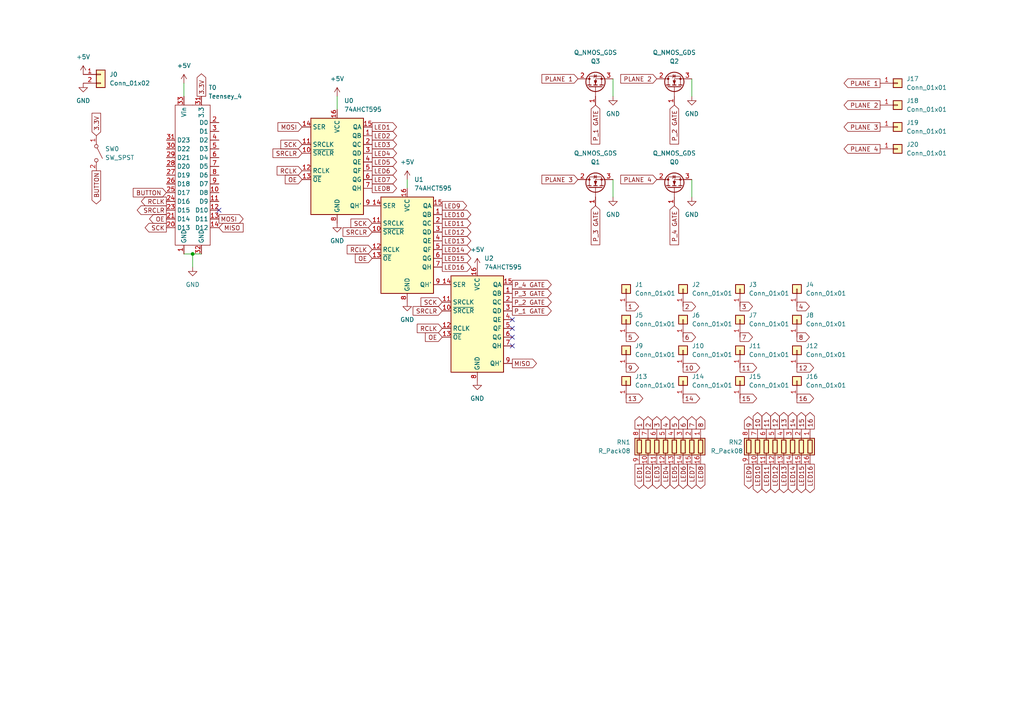
<source format=kicad_sch>
(kicad_sch (version 20211123) (generator eeschema)
  (paper "A4")
  (lib_symbols
    (symbol "74xx:74AHCT595"
      (property "Reference" "U" (at -7.62 13.97 0))
      (property "Value" "74AHCT595" (at -7.62 -16.51 0))
      (symbol "74AHCT595_1_0"
        (pin tri_state line (at 10.16 7.62 180) (length 2.54) (name "QB") (number "1"))
        (pin input line (at -10.16 2.54 0) (length 2.54) (name "~{SRCLR}") (number "10"))
        (pin input line (at -10.16 5.08 0) (length 2.54) (name "SRCLK") (number "11"))
        (pin input line (at -10.16 -2.54 0) (length 2.54) (name "RCLK") (number "12"))
        (pin input line (at -10.16 -5.08 0) (length 2.54) (name "~{OE}") (number "13"))
        (pin input line (at -10.16 10.16 0) (length 2.54) (name "SER") (number "14"))
        (pin tri_state line (at 10.16 10.16 180) (length 2.54) (name "QA") (number "15"))
        (pin power_in line (at 0 15.24 270) (length 2.54) (name "VCC") (number "16"))
        (pin tri_state line (at 10.16 5.08 180) (length 2.54) (name "QC") (number "2"))
        (pin tri_state line (at 10.16 2.54 180) (length 2.54) (name "QD") (number "3"))
        (pin tri_state line (at 10.16 0 180) (length 2.54) (name "QE") (number "4"))
        (pin tri_state line (at 10.16 -2.54 180) (length 2.54) (name "QF") (number "5"))
        (pin tri_state line (at 10.16 -5.08 180) (length 2.54) (name "QG") (number "6"))
        (pin tri_state line (at 10.16 -7.62 180) (length 2.54) (name "QH") (number "7"))
        (pin power_in line (at 0 -17.78 90) (length 2.54) (name "GND") (number "8"))
        (pin output line (at 10.16 -12.7 180) (length 2.54) (name "QH'") (number "9"))
      )
      (symbol "74AHCT595_1_1"
        (rectangle (start -7.62 12.7) (end 7.62 -15.24) (stroke (width 0.254)) (fill (type background)))
      )
    )
    (symbol "Connector_Generic:Conn_01x01" (pin_names (offset 1.016) hide)
      (property "Reference" "J" (at 0 2.54 0))
      (property "Value" "Conn_01x01" (at 0 -2.54 0))
      (symbol "Conn_01x01_1_1"
        (rectangle (start -1.27 0.127) (end 0 -0.127) (stroke (width 0.1524)))
        (rectangle (start -1.27 1.27) (end 1.27 -1.27) (stroke (width 0.254)) (fill (type background)))
        (pin passive line (at -5.08 0 0) (length 3.81) (name "Pin_1") (number "1"))
      )
    )
    (symbol "Connector_Generic:Conn_01x02" (pin_names (offset 1.016) hide)
      (property "Reference" "J" (at 0 2.54 0))
      (property "Value" "Conn_01x02" (at 0 -5.08 0))
      (symbol "Conn_01x02_1_1"
        (rectangle (start -1.27 -2.413) (end 0 -2.667) (stroke (width 0.1524)))
        (rectangle (start -1.27 0.127) (end 0 -0.127) (stroke (width 0.1524)))
        (rectangle (start -1.27 1.27) (end 1.27 -3.81) (stroke (width 0.254)) (fill (type background)))
        (pin passive line (at -5.08 0 0) (length 3.81) (name "Pin_1") (number "1"))
        (pin passive line (at -5.08 -2.54 0) (length 3.81) (name "Pin_2") (number "2"))
      )
    )
    (symbol "Device:Q_NMOS_GDS" (pin_names (offset 0) hide)
      (property "Reference" "Q" (at 5.08 1.27 0))
      (property "Value" "Q_NMOS_GDS" (at 5.08 -1.27 0))
      (symbol "Q_NMOS_GDS_0_1"
        (polyline (pts (xy 0.254 0) (xy -2.54 0)))
        (polyline (pts (xy 0.254 1.905) (xy 0.254 -1.905)) (stroke (width 0.254)))
        (polyline (pts (xy 0.762 -1.27) (xy 0.762 -2.286)) (stroke (width 0.254)))
        (polyline (pts (xy 0.762 0.508) (xy 0.762 -0.508)) (stroke (width 0.254)))
        (polyline (pts (xy 0.762 2.286) (xy 0.762 1.27)) (stroke (width 0.254)))
        (polyline (pts (xy 2.54 2.54) (xy 2.54 1.778)))
        (polyline (pts (xy 2.54 -2.54) (xy 2.54 0) (xy 0.762 0)))
        (polyline (pts (xy 0.762 -1.778) (xy 3.302 -1.778) (xy 3.302 1.778) (xy 0.762 1.778)))
        (polyline (pts (xy 1.016 0) (xy 2.032 0.381) (xy 2.032 -0.381) (xy 1.016 0)) (fill (type outline)))
        (polyline (pts (xy 2.794 0.508) (xy 2.921 0.381) (xy 3.683 0.381) (xy 3.81 0.254)))
        (polyline (pts (xy 3.302 0.381) (xy 2.921 -0.254) (xy 3.683 -0.254) (xy 3.302 0.381)))
        (circle (center 1.651 0) (radius 2.794) (stroke (width 0.254)))
        (circle (center 2.54 -1.778) (radius 0.254) (fill (type outline)))
        (circle (center 2.54 1.778) (radius 0.254) (fill (type outline)))
      )
      (symbol "Q_NMOS_GDS_1_1"
        (pin input line (at -5.08 0 0) (length 2.54) (name "G") (number "1"))
        (pin passive line (at 2.54 5.08 270) (length 2.54) (name "D") (number "2"))
        (pin passive line (at 2.54 -5.08 90) (length 2.54) (name "S") (number "3"))
      )
    )
    (symbol "Device:R_Pack08" (pin_names (offset 0) hide)
      (property "Reference" "RN" (at -12.7 0 90))
      (property "Value" "R_Pack08" (at 10.16 0 90))
      (symbol "R_Pack08_0_1"
        (rectangle (start -11.43 -2.413) (end 8.89 2.413) (stroke (width 0.254)) (fill (type background)))
        (rectangle (start -10.795 1.905) (end -9.525 -1.905) (stroke (width 0.254)))
        (rectangle (start -8.255 1.905) (end -6.985 -1.905) (stroke (width 0.254)))
        (rectangle (start -5.715 1.905) (end -4.445 -1.905) (stroke (width 0.254)))
        (rectangle (start -3.175 1.905) (end -1.905 -1.905) (stroke (width 0.254)))
        (rectangle (start -0.635 1.905) (end 0.635 -1.905) (stroke (width 0.254)))
        (polyline (pts (xy -10.16 -2.54) (xy -10.16 -1.905)))
        (polyline (pts (xy -10.16 1.905) (xy -10.16 2.54)))
        (polyline (pts (xy -7.62 -2.54) (xy -7.62 -1.905)))
        (polyline (pts (xy -7.62 1.905) (xy -7.62 2.54)))
        (polyline (pts (xy -5.08 -2.54) (xy -5.08 -1.905)))
        (polyline (pts (xy -5.08 1.905) (xy -5.08 2.54)))
        (polyline (pts (xy -2.54 -2.54) (xy -2.54 -1.905)))
        (polyline (pts (xy -2.54 1.905) (xy -2.54 2.54)))
        (polyline (pts (xy 0 -2.54) (xy 0 -1.905)))
        (polyline (pts (xy 0 1.905) (xy 0 2.54)))
        (polyline (pts (xy 2.54 -2.54) (xy 2.54 -1.905)))
        (polyline (pts (xy 2.54 1.905) (xy 2.54 2.54)))
        (polyline (pts (xy 5.08 -2.54) (xy 5.08 -1.905)))
        (polyline (pts (xy 5.08 1.905) (xy 5.08 2.54)))
        (polyline (pts (xy 7.62 -2.54) (xy 7.62 -1.905)))
        (polyline (pts (xy 7.62 1.905) (xy 7.62 2.54)))
        (rectangle (start 1.905 1.905) (end 3.175 -1.905) (stroke (width 0.254)))
        (rectangle (start 4.445 1.905) (end 5.715 -1.905) (stroke (width 0.254)))
        (rectangle (start 6.985 1.905) (end 8.255 -1.905) (stroke (width 0.254)))
      )
      (symbol "R_Pack08_1_1"
        (pin passive line (at -10.16 -5.08 90) (length 2.54) (name "R1.1") (number "1"))
        (pin passive line (at 5.08 5.08 270) (length 2.54) (name "R7.2") (number "10"))
        (pin passive line (at 2.54 5.08 270) (length 2.54) (name "R6.2") (number "11"))
        (pin passive line (at 0 5.08 270) (length 2.54) (name "R5.2") (number "12"))
        (pin passive line (at -2.54 5.08 270) (length 2.54) (name "R4.2") (number "13"))
        (pin passive line (at -5.08 5.08 270) (length 2.54) (name "R3.2") (number "14"))
        (pin passive line (at -7.62 5.08 270) (length 2.54) (name "R2.2") (number "15"))
        (pin passive line (at -10.16 5.08 270) (length 2.54) (name "R1.2") (number "16"))
        (pin passive line (at -7.62 -5.08 90) (length 2.54) (name "R2.1") (number "2"))
        (pin passive line (at -5.08 -5.08 90) (length 2.54) (name "R3.1") (number "3"))
        (pin passive line (at -2.54 -5.08 90) (length 2.54) (name "R4.1") (number "4"))
        (pin passive line (at 0 -5.08 90) (length 2.54) (name "R5.1") (number "5"))
        (pin passive line (at 2.54 -5.08 90) (length 2.54) (name "R6.1") (number "6"))
        (pin passive line (at 5.08 -5.08 90) (length 2.54) (name "R7.1") (number "7"))
        (pin passive line (at 7.62 -5.08 90) (length 2.54) (name "R8.1") (number "8"))
        (pin passive line (at 7.62 5.08 270) (length 2.54) (name "R8.2") (number "9"))
      )
    )
    (symbol "Switch:SW_SPST" (pin_names (offset 0) hide)
      (property "Reference" "SW" (at 0 3.175 0))
      (property "Value" "SW_SPST" (at 0 -2.54 0))
      (symbol "SW_SPST_0_0"
        (circle (center -2.032 0) (radius 0.508))
        (polyline (pts (xy -1.524 0.254) (xy 1.524 1.778)))
        (circle (center 2.032 0) (radius 0.508))
      )
      (symbol "SW_SPST_1_1"
        (pin passive line (at -5.08 0 0) (length 2.54) (name "A") (number "1"))
        (pin passive line (at 5.08 0 180) (length 2.54) (name "B") (number "2"))
      )
    )
    (symbol "power:+5V" (power) (pin_names (offset 0))
      (property "Value" "+5V" (at 0 3.556 0))
      (symbol "+5V_0_1"
        (polyline (pts (xy -0.762 1.27) (xy 0 2.54)))
        (polyline (pts (xy 0 0) (xy 0 2.54)))
        (polyline (pts (xy 0 2.54) (xy 0.762 1.27)))
      )
      (symbol "+5V_1_1"
        (pin power_in line (at 0 0 90) (length 0) hide (name "+5V") (number "1"))
      )
    )
    (symbol "power:GND" (power) (pin_names (offset 0))
      (property "Value" "GND" (at 0 -3.81 0))
      (symbol "GND_0_1"
        (polyline (pts (xy 0 0) (xy 0 -1.27) (xy 1.27 -1.27) (xy 0 -2.54) (xy -1.27 -1.27) (xy 0 -1.27)))
      )
      (symbol "GND_1_1"
        (pin power_in line (at 0 0 270) (length 0) hide (name "GND") (number "1"))
      )
    )
    (symbol "teensey_cube_symbols:Teensey_4"
      (property "Reference" "T0" (at 4.5594 26.67 0))
      (property "Value" "Teensey_4" (at 4.5594 24.13 0))
      (symbol "Teensey_4_0_1"
        (rectangle (start 0 -19.05) (end 5.08 -19.05))
        (polyline (pts (xy 0 21.59) (xy -5.08 21.59) (xy -5.08 -19.05) (xy 0 -19.05)))
        (rectangle (start 5.08 21.59) (end 0 21.59))
        (rectangle (start 5.08 21.59) (end 5.08 -19.05))
      )
      (symbol "Teensey_4_1_1"
        (pin power_out line (at -2.54 -21.59 90) (length 2.54) (name "GND") (number "1"))
        (pin output line (at 7.62 -3.81 180) (length 2.54) (name "D8") (number "10"))
        (pin output line (at 7.62 -6.35 180) (length 2.54) (name "D9") (number "11"))
        (pin output line (at 7.62 -8.89 180) (length 2.54) (name "D10") (number "12"))
        (pin output line (at 7.62 -11.43 180) (length 2.54) (name "D11") (number "13"))
        (pin output line (at 7.62 -13.97 180) (length 2.54) (name "D12") (number "14"))
        (pin output line (at 7.62 16.51 180) (length 2.54) (name "D0") (number "2"))
        (pin output line (at -7.62 -13.97 0) (length 2.54) (name "D13") (number "20"))
        (pin output line (at -7.62 -11.43 0) (length 2.54) (name "D14") (number "21"))
        (pin output line (at -7.62 -8.89 0) (length 2.54) (name "D15") (number "23"))
        (pin output line (at -7.62 -6.35 0) (length 2.54) (name "D16") (number "24"))
        (pin output line (at -7.62 -3.81 0) (length 2.54) (name "D17") (number "25"))
        (pin output line (at -7.62 -1.27 0) (length 2.54) (name "D18") (number "26"))
        (pin output line (at -7.62 1.27 0) (length 2.54) (name "D19") (number "27"))
        (pin output line (at -7.62 3.81 0) (length 2.54) (name "D20") (number "28"))
        (pin output line (at -7.62 6.35 0) (length 2.54) (name "D21") (number "29"))
        (pin output line (at 7.62 13.97 180) (length 2.54) (name "D1") (number "3"))
        (pin output line (at -7.62 8.89 0) (length 2.54) (name "D22") (number "30"))
        (pin power_out line (at 2.54 24.13 270) (length 2.54) (name "3.3") (number "31"))
        (pin output line (at -7.62 11.43 0) (length 2.54) (name "D23") (number "31"))
        (pin power_out line (at 2.54 -21.59 90) (length 2.54) (name "GND") (number "32"))
        (pin power_in line (at -2.54 24.13 270) (length 2.54) (name "Vin") (number "33"))
        (pin output line (at 7.62 11.43 180) (length 2.54) (name "D2") (number "4"))
        (pin output line (at 7.62 8.89 180) (length 2.54) (name "D3") (number "5"))
        (pin output line (at 7.62 6.35 180) (length 2.54) (name "D4") (number "6"))
        (pin output line (at 7.62 3.81 180) (length 2.54) (name "D5") (number "7"))
        (pin output line (at 7.62 1.27 180) (length 2.54) (name "D6") (number "8"))
        (pin output line (at 7.62 -1.27 180) (length 2.54) (name "D7") (number "9"))
      )
    )
  )
  (junction (at 55.88 73.66))
  (no_connect (at 148.59 100.33))
  (no_connect (at 148.59 92.71))
  (no_connect (at 148.59 95.25))
  (no_connect (at 148.59 97.79))
  (no_connect (at 63.5 60.96))
  (wire (pts (xy 118.11 52.07) (xy 118.11 54.61)))
  (wire (pts (xy 177.8 57.15) (xy 177.8 52.07)))
  (wire (pts (xy 177.8 27.94) (xy 177.8 22.86)))
  (wire (pts (xy 200.66 57.15) (xy 200.66 52.07)))
  (wire (pts (xy 55.88 73.66) (xy 58.42 73.66)))
  (wire (pts (xy 53.34 73.66) (xy 55.88 73.66)))
  (wire (pts (xy 53.34 24.13) (xy 53.34 27.94)))
  (wire (pts (xy 97.79 27.94) (xy 97.79 31.75)))
  (wire (pts (xy 200.66 27.94) (xy 200.66 22.86)))
  (wire (pts (xy 55.88 73.66) (xy 55.88 77.47)))
  (global_label "P_3 GATE" (shape output) (at 148.59 85.09 0) (property "Intersheet References" "${INTERSHEET_REFS}" (effects hide)))
  (global_label "OE" (shape input) (at 87.63 52.07 180) (property "Intersheet References" "${INTERSHEET_REFS}" (effects hide)))
  (global_label "11" (shape output) (at 214.63 106.68 0) (property "Intersheet References" "${INTERSHEET_REFS}" (effects hide)))
  (global_label "LED9" (shape output) (at 128.27 59.69 0) (property "Intersheet References" "${INTERSHEET_REFS}" (effects hide)))
  (global_label "LED15" (shape output) (at 232.41 134.62 270) (property "Intersheet References" "${INTERSHEET_REFS}" (effects hide)))
  (global_label "LED2" (shape output) (at 187.96 134.62 270) (property "Intersheet References" "${INTERSHEET_REFS}" (effects hide)))
  (global_label "10" (shape output) (at 219.71 124.46 90) (property "Intersheet References" "${INTERSHEET_REFS}" (effects hide)))
  (global_label "BUTTON" (shape output) (at 27.94 49.53 270) (property "Intersheet References" "${INTERSHEET_REFS}" (effects hide)))
  (global_label "16" (shape output) (at 234.95 124.46 90) (property "Intersheet References" "${INTERSHEET_REFS}" (effects hide)))
  (global_label "MOSI" (shape output) (at 63.5 63.5 0) (property "Intersheet References" "${INTERSHEET_REFS}" (effects hide)))
  (global_label "16" (shape output) (at 231.14 115.57 0) (property "Intersheet References" "${INTERSHEET_REFS}" (effects hide)))
  (global_label "8" (shape output) (at 231.14 97.79 0) (property "Intersheet References" "${INTERSHEET_REFS}" (effects hide)))
  (global_label "LED11" (shape output) (at 222.25 134.62 270) (property "Intersheet References" "${INTERSHEET_REFS}" (effects hide)))
  (global_label "7" (shape output) (at 200.66 124.46 90) (property "Intersheet References" "${INTERSHEET_REFS}" (effects hide)))
  (global_label "1" (shape output) (at 181.61 88.9 0) (property "Intersheet References" "${INTERSHEET_REFS}" (effects hide)))
  (global_label "LED6" (shape output) (at 107.95 49.53 0) (property "Intersheet References" "${INTERSHEET_REFS}" (effects hide)))
  (global_label "4" (shape output) (at 193.04 124.46 90) (property "Intersheet References" "${INTERSHEET_REFS}" (effects hide)))
  (global_label "LED13" (shape output) (at 227.33 134.62 270) (property "Intersheet References" "${INTERSHEET_REFS}" (effects hide)))
  (global_label "LED3" (shape output) (at 190.5 134.62 270) (property "Intersheet References" "${INTERSHEET_REFS}" (effects hide)))
  (global_label "LED11" (shape output) (at 128.27 64.77 0) (property "Intersheet References" "${INTERSHEET_REFS}" (effects hide)))
  (global_label "SRCLR" (shape input) (at 107.95 67.31 180) (property "Intersheet References" "${INTERSHEET_REFS}" (effects hide)))
  (global_label "14" (shape output) (at 229.87 124.46 90) (property "Intersheet References" "${INTERSHEET_REFS}" (effects hide)))
  (global_label "OE" (shape output) (at 48.26 63.5 180) (property "Intersheet References" "${INTERSHEET_REFS}" (effects hide)))
  (global_label "LED10" (shape output) (at 128.27 62.23 0) (property "Intersheet References" "${INTERSHEET_REFS}" (effects hide)))
  (global_label "SRCLR" (shape output) (at 48.26 60.96 180) (property "Intersheet References" "${INTERSHEET_REFS}" (effects hide)))
  (global_label "2" (shape output) (at 198.12 88.9 0) (property "Intersheet References" "${INTERSHEET_REFS}" (effects hide)))
  (global_label "RCLK" (shape input) (at 87.63 49.53 180) (property "Intersheet References" "${INTERSHEET_REFS}" (effects hide)))
  (global_label "P_4 GATE" (shape input) (at 195.58 59.69 270) (property "Intersheet References" "${INTERSHEET_REFS}" (effects hide)))
  (global_label "PLANE 4" (shape output) (at 255.27 43.18 180) (property "Intersheet References" "${INTERSHEET_REFS}" (effects hide)))
  (global_label "LED13" (shape output) (at 128.27 69.85 0) (property "Intersheet References" "${INTERSHEET_REFS}" (effects hide)))
  (global_label "3.3V" (shape output) (at 58.42 27.94 90) (property "Intersheet References" "${INTERSHEET_REFS}" (effects hide)))
  (global_label "RCLK" (shape input) (at 107.95 72.39 180) (property "Intersheet References" "${INTERSHEET_REFS}" (effects hide)))
  (global_label "LED5" (shape output) (at 107.95 46.99 0) (property "Intersheet References" "${INTERSHEET_REFS}" (effects hide)))
  (global_label "LED12" (shape output) (at 224.79 134.62 270) (property "Intersheet References" "${INTERSHEET_REFS}" (effects hide)))
  (global_label "BUTTON" (shape input) (at 48.26 55.88 180) (property "Intersheet References" "${INTERSHEET_REFS}" (effects hide)))
  (global_label "LED9" (shape output) (at 217.17 134.62 270) (property "Intersheet References" "${INTERSHEET_REFS}" (effects hide)))
  (global_label "PLANE 3" (shape output) (at 255.27 36.83 180) (property "Intersheet References" "${INTERSHEET_REFS}" (effects hide)))
  (global_label "PLANE 2" (shape output) (at 255.27 30.48 180) (property "Intersheet References" "${INTERSHEET_REFS}" (effects hide)))
  (global_label "P_1 GATE" (shape input) (at 172.72 30.48 270) (property "Intersheet References" "${INTERSHEET_REFS}" (effects hide)))
  (global_label "P_2 GATE" (shape output) (at 148.59 87.63 0) (property "Intersheet References" "${INTERSHEET_REFS}" (effects hide)))
  (global_label "5" (shape output) (at 181.61 97.79 0) (property "Intersheet References" "${INTERSHEET_REFS}" (effects hide)))
  (global_label "RCLK" (shape input) (at 128.27 95.25 180) (property "Intersheet References" "${INTERSHEET_REFS}" (effects hide)))
  (global_label "LED4" (shape output) (at 107.95 44.45 0) (property "Intersheet References" "${INTERSHEET_REFS}" (effects hide)))
  (global_label "LED14" (shape output) (at 128.27 72.39 0) (property "Intersheet References" "${INTERSHEET_REFS}" (effects hide)))
  (global_label "11" (shape output) (at 222.25 124.46 90) (property "Intersheet References" "${INTERSHEET_REFS}" (effects hide)))
  (global_label "SCK" (shape input) (at 128.27 87.63 180) (property "Intersheet References" "${INTERSHEET_REFS}" (effects hide)))
  (global_label "9" (shape output) (at 217.17 124.46 90) (property "Intersheet References" "${INTERSHEET_REFS}" (effects hide)))
  (global_label "7" (shape output) (at 214.63 97.79 0) (property "Intersheet References" "${INTERSHEET_REFS}" (effects hide)))
  (global_label "MISO" (shape input) (at 63.5 66.04 0) (property "Intersheet References" "${INTERSHEET_REFS}" (effects hide)))
  (global_label "6" (shape output) (at 198.12 97.79 0) (property "Intersheet References" "${INTERSHEET_REFS}" (effects hide)))
  (global_label "12" (shape output) (at 231.14 106.68 0) (property "Intersheet References" "${INTERSHEET_REFS}" (effects hide)))
  (global_label "PLANE 1" (shape output) (at 255.27 24.13 180) (property "Intersheet References" "${INTERSHEET_REFS}" (effects hide)))
  (global_label "10" (shape output) (at 198.12 106.68 0) (property "Intersheet References" "${INTERSHEET_REFS}" (effects hide)))
  (global_label "PLANE 4" (shape input) (at 190.5 52.07 180) (property "Intersheet References" "${INTERSHEET_REFS}" (effects hide)))
  (global_label "LED10" (shape output) (at 219.71 134.62 270) (property "Intersheet References" "${INTERSHEET_REFS}" (effects hide)))
  (global_label "SCK" (shape output) (at 48.26 66.04 180) (property "Intersheet References" "${INTERSHEET_REFS}" (effects hide)))
  (global_label "LED4" (shape output) (at 193.04 134.62 270) (property "Intersheet References" "${INTERSHEET_REFS}" (effects hide)))
  (global_label "MISO" (shape output) (at 148.59 105.41 0) (property "Intersheet References" "${INTERSHEET_REFS}" (effects hide)))
  (global_label "1" (shape output) (at 185.42 124.46 90) (property "Intersheet References" "${INTERSHEET_REFS}" (effects hide)))
  (global_label "9" (shape output) (at 181.61 106.68 0) (property "Intersheet References" "${INTERSHEET_REFS}" (effects hide)))
  (global_label "3.3V" (shape input) (at 27.94 39.37 90) (property "Intersheet References" "${INTERSHEET_REFS}" (effects hide)))
  (global_label "3" (shape output) (at 214.63 88.9 0) (property "Intersheet References" "${INTERSHEET_REFS}" (effects hide)))
  (global_label "LED3" (shape output) (at 107.95 41.91 0) (property "Intersheet References" "${INTERSHEET_REFS}" (effects hide)))
  (global_label "13" (shape output) (at 227.33 124.46 90) (property "Intersheet References" "${INTERSHEET_REFS}" (effects hide)))
  (global_label "PLANE 2" (shape input) (at 190.5 22.86 180) (property "Intersheet References" "${INTERSHEET_REFS}" (effects hide)))
  (global_label "SCK" (shape input) (at 107.95 64.77 180) (property "Intersheet References" "${INTERSHEET_REFS}" (effects hide)))
  (global_label "2" (shape output) (at 187.96 124.46 90) (property "Intersheet References" "${INTERSHEET_REFS}" (effects hide)))
  (global_label "15" (shape output) (at 214.63 115.57 0) (property "Intersheet References" "${INTERSHEET_REFS}" (effects hide)))
  (global_label "LED7" (shape output) (at 200.66 134.62 270) (property "Intersheet References" "${INTERSHEET_REFS}" (effects hide)))
  (global_label "OE" (shape input) (at 128.27 97.79 180) (property "Intersheet References" "${INTERSHEET_REFS}" (effects hide)))
  (global_label "LED2" (shape output) (at 107.95 39.37 0) (property "Intersheet References" "${INTERSHEET_REFS}" (effects hide)))
  (global_label "5" (shape output) (at 195.58 124.46 90) (property "Intersheet References" "${INTERSHEET_REFS}" (effects hide)))
  (global_label "P_4 GATE" (shape output) (at 148.59 82.55 0) (property "Intersheet References" "${INTERSHEET_REFS}" (effects hide)))
  (global_label "LED6" (shape output) (at 198.12 134.62 270) (property "Intersheet References" "${INTERSHEET_REFS}" (effects hide)))
  (global_label "P_3 GATE" (shape input) (at 172.72 59.69 270) (property "Intersheet References" "${INTERSHEET_REFS}" (effects hide)))
  (global_label "13" (shape output) (at 181.61 115.57 0) (property "Intersheet References" "${INTERSHEET_REFS}" (effects hide)))
  (global_label "RCLK" (shape output) (at 48.26 58.42 180) (property "Intersheet References" "${INTERSHEET_REFS}" (effects hide)))
  (global_label "PLANE 1" (shape input) (at 167.64 22.86 180) (property "Intersheet References" "${INTERSHEET_REFS}" (effects hide)))
  (global_label "LED12" (shape output) (at 128.27 67.31 0) (property "Intersheet References" "${INTERSHEET_REFS}" (effects hide)))
  (global_label "LED1" (shape output) (at 185.42 134.62 270) (property "Intersheet References" "${INTERSHEET_REFS}" (effects hide)))
  (global_label "6" (shape output) (at 198.12 124.46 90) (property "Intersheet References" "${INTERSHEET_REFS}" (effects hide)))
  (global_label "SRCLR" (shape input) (at 87.63 44.45 180) (property "Intersheet References" "${INTERSHEET_REFS}" (effects hide)))
  (global_label "4" (shape output) (at 231.14 88.9 0) (property "Intersheet References" "${INTERSHEET_REFS}" (effects hide)))
  (global_label "SRCLR" (shape input) (at 128.27 90.17 180) (property "Intersheet References" "${INTERSHEET_REFS}" (effects hide)))
  (global_label "P_2 GATE" (shape input) (at 195.58 30.48 270) (property "Intersheet References" "${INTERSHEET_REFS}" (effects hide)))
  (global_label "8" (shape output) (at 203.2 124.46 90) (property "Intersheet References" "${INTERSHEET_REFS}" (effects hide)))
  (global_label "LED15" (shape output) (at 128.27 74.93 0) (property "Intersheet References" "${INTERSHEET_REFS}" (effects hide)))
  (global_label "SCK" (shape input) (at 87.63 41.91 180) (property "Intersheet References" "${INTERSHEET_REFS}" (effects hide)))
  (global_label "3" (shape output) (at 190.5 124.46 90) (property "Intersheet References" "${INTERSHEET_REFS}" (effects hide)))
  (global_label "LED8" (shape output) (at 107.95 54.61 0) (property "Intersheet References" "${INTERSHEET_REFS}" (effects hide)))
  (global_label "MOSI" (shape input) (at 87.63 36.83 180) (property "Intersheet References" "${INTERSHEET_REFS}" (effects hide)))
  (global_label "LED1" (shape output) (at 107.95 36.83 0) (property "Intersheet References" "${INTERSHEET_REFS}" (effects hide)))
  (global_label "LED5" (shape output) (at 195.58 134.62 270) (property "Intersheet References" "${INTERSHEET_REFS}" (effects hide)))
  (global_label "14" (shape output) (at 198.12 115.57 0) (property "Intersheet References" "${INTERSHEET_REFS}" (effects hide)))
  (global_label "LED14" (shape output) (at 229.87 134.62 270) (property "Intersheet References" "${INTERSHEET_REFS}" (effects hide)))
  (global_label "LED16" (shape output) (at 234.95 134.62 270) (property "Intersheet References" "${INTERSHEET_REFS}" (effects hide)))
  (global_label "OE" (shape input) (at 107.95 74.93 180) (property "Intersheet References" "${INTERSHEET_REFS}" (effects hide)))
  (global_label "LED7" (shape output) (at 107.95 52.07 0) (property "Intersheet References" "${INTERSHEET_REFS}" (effects hide)))
  (global_label "P_1 GATE" (shape output) (at 148.59 90.17 0) (property "Intersheet References" "${INTERSHEET_REFS}" (effects hide)))
  (global_label "12" (shape output) (at 224.79 124.46 90) (property "Intersheet References" "${INTERSHEET_REFS}" (effects hide)))
  (global_label "LED8" (shape output) (at 203.2 134.62 270) (property "Intersheet References" "${INTERSHEET_REFS}" (effects hide)))
  (global_label "LED16" (shape output) (at 128.27 77.47 0) (property "Intersheet References" "${INTERSHEET_REFS}" (effects hide)))
  (global_label "15" (shape output) (at 232.41 124.46 90) (property "Intersheet References" "${INTERSHEET_REFS}" (effects hide)))
  (global_label "PLANE 3" (shape input) (at 167.64 52.07 180) (property "Intersheet References" "${INTERSHEET_REFS}" (effects hide)))
  (symbol (lib_id "Connector_Generic:Conn_01x01") (at 181.61 92.71 90) (unit 1)
    (property "Reference" "J5" (at 184.15 91.4399 90) (effects (justify right)))
    (property "Value" "Conn_01x01" (at 184.15 93.9799 90) (effects (justify right)))
    (property "Footprint" "Connector_Pin:Pin_D1.0mm_L10.0mm" (effects hide))
  )
  (symbol (lib_id "Connector_Generic:Conn_01x01") (at 198.12 110.49 90) (unit 1)
    (property "Reference" "J14" (at 200.66 109.2199 90) (effects (justify right)))
    (property "Value" "Conn_01x01" (at 200.66 111.7599 90) (effects (justify right)))
    (property "Footprint" "Connector_Pin:Pin_D1.0mm_L10.0mm" (effects hide))
  )
  (symbol (lib_id "Connector_Generic:Conn_01x01") (at 260.35 43.18 0) (unit 1)
    (property "Reference" "J20" (at 262.89 41.9099 0) (effects (justify left)))
    (property "Value" "Conn_01x01" (at 262.89 44.4499 0) (effects (justify left)))
    (property "Footprint" "Connector_Pin:Pin_D1.0mm_L10.0mm" (effects hide))
  )
  (symbol (lib_id "Device:Q_NMOS_GDS") (at 195.58 25.4 90) (unit 1)
    (property "Reference" "Q2" (at 195.58 17.78 90))
    (property "Value" "Q_NMOS_GDS" (at 195.58 15.24 90))
    (property "Footprint" "Package_TO_SOT_SMD:TO-252-2" (effects hide))
  )
  (symbol (lib_id "power:GND") (at 97.79 64.77 0) (unit 1)
    (property "Reference" "#PWR0106" (effects hide))
    (property "Value" "GND" (at 97.79 69.85 0))
  )
  (symbol (lib_id "Connector_Generic:Conn_01x01") (at 260.35 24.13 0) (unit 1)
    (property "Reference" "J17" (at 262.89 22.8599 0) (effects (justify left)))
    (property "Value" "Conn_01x01" (at 262.89 25.3999 0) (effects (justify left)))
    (property "Footprint" "Connector_Pin:Pin_D1.0mm_L10.0mm" (effects hide))
  )
  (symbol (lib_id "Connector_Generic:Conn_01x01") (at 181.61 83.82 90) (unit 1)
    (property "Reference" "J1" (at 184.15 82.5499 90) (effects (justify right)))
    (property "Value" "Conn_01x01" (at 184.15 85.0899 90) (effects (justify right)))
    (property "Footprint" "Connector_Pin:Pin_D1.0mm_L10.0mm" (effects hide))
  )
  (symbol (lib_id "power:+5V") (at 97.79 27.94 0) (unit 1)
    (property "Reference" "#PWR0105" (effects hide))
    (property "Value" "+5V" (at 97.79 22.86 0))
  )
  (symbol (lib_id "Device:Q_NMOS_GDS") (at 172.72 54.61 90) (unit 1)
    (property "Reference" "Q1" (at 172.72 46.99 90))
    (property "Value" "Q_NMOS_GDS" (at 172.72 44.45 90))
    (property "Footprint" "Package_TO_SOT_SMD:TO-252-2" (effects hide))
  )
  (symbol (lib_id "Connector_Generic:Conn_01x01") (at 214.63 110.49 90) (unit 1)
    (property "Reference" "J15" (at 217.17 109.2199 90) (effects (justify right)))
    (property "Value" "Conn_01x01" (at 217.17 111.7599 90) (effects (justify right)))
    (property "Footprint" "Connector_Pin:Pin_D1.0mm_L10.0mm" (effects hide))
  )
  (symbol (lib_id "Connector_Generic:Conn_01x01") (at 231.14 83.82 90) (unit 1)
    (property "Reference" "J4" (at 233.68 82.5499 90) (effects (justify right)))
    (property "Value" "Conn_01x01" (at 233.68 85.0899 90) (effects (justify right)))
    (property "Footprint" "Connector_Pin:Pin_D1.0mm_L10.0mm" (effects hide))
  )
  (symbol (lib_id "Connector_Generic:Conn_01x01") (at 214.63 83.82 90) (unit 1)
    (property "Reference" "J3" (at 217.17 82.5499 90) (effects (justify right)))
    (property "Value" "Conn_01x01" (at 217.17 85.0899 90) (effects (justify right)))
    (property "Footprint" "Connector_Pin:Pin_D1.0mm_L10.0mm" (effects hide))
  )
  (symbol (lib_id "74xx:74AHCT595") (at 138.43 92.71 0) (unit 1)
    (property "Reference" "U2" (at 140.4494 74.93 0) (effects (justify left)))
    (property "Value" "74AHCT595" (at 140.4494 77.47 0) (effects (justify left)))
    (property "Footprint" "Package_DIP:DIP-16_W7.62mm_Socket" (effects hide))
    (property "Datasheet" "https://assets.nexperia.com/documents/data-sheet/74AHC_AHCT595.pdf" (effects hide))
  )
  (symbol (lib_id "power:+5V") (at 24.13 21.59 0) (unit 1)
    (property "Reference" "#PWR0101" (effects hide))
    (property "Value" "+5V" (at 24.13 16.51 0))
  )
  (symbol (lib_id "Connector_Generic:Conn_01x01") (at 260.35 30.48 0) (unit 1)
    (property "Reference" "J18" (at 262.89 29.2099 0) (effects (justify left)))
    (property "Value" "Conn_01x01" (at 262.89 31.7499 0) (effects (justify left)))
    (property "Footprint" "Connector_Pin:Pin_D1.0mm_L10.0mm" (effects hide))
  )
  (symbol (lib_id "Connector_Generic:Conn_01x02") (at 29.21 21.59 0) (unit 1)
    (property "Reference" "J0" (at 31.75 21.5899 0) (effects (justify left)))
    (property "Value" "Conn_01x02" (at 31.75 24.1299 0) (effects (justify left)))
    (property "Footprint" "Connector_TE-Connectivity:TE_826576-2_1x02_P3.96mm_Vertical" (effects hide))
  )
  (symbol (lib_id "power:GND") (at 200.66 57.15 0) (unit 1)
    (property "Reference" "#PWR0109" (effects hide))
    (property "Value" "GND" (at 200.66 62.23 0))
  )
  (symbol (lib_id "Switch:SW_SPST") (at 27.94 44.45 270) (unit 1)
    (property "Reference" "SW0" (at 30.48 43.1799 90) (effects (justify left)))
    (property "Value" "SW_SPST" (at 30.48 45.7199 90) (effects (justify left)))
    (property "Footprint" "Button_Switch_Keyboard:SW_Cherry_MX_1.00u_PCB" (effects hide))
  )
  (symbol (lib_id "Connector_Generic:Conn_01x01") (at 181.61 101.6 90) (unit 1)
    (property "Reference" "J9" (at 184.15 100.3299 90) (effects (justify right)))
    (property "Value" "Conn_01x01" (at 184.15 102.8699 90) (effects (justify right)))
    (property "Footprint" "Connector_Pin:Pin_D1.0mm_L10.0mm" (effects hide))
  )
  (symbol (lib_id "Connector_Generic:Conn_01x01") (at 260.35 36.83 0) (unit 1)
    (property "Reference" "J19" (at 262.89 35.5599 0) (effects (justify left)))
    (property "Value" "Conn_01x01" (at 262.89 38.0999 0) (effects (justify left)))
    (property "Footprint" "Connector_Pin:Pin_D1.0mm_L10.0mm" (effects hide))
  )
  (symbol (lib_id "power:GND") (at 55.88 77.47 0) (unit 1)
    (property "Reference" "#PWR0104" (effects hide))
    (property "Value" "GND" (at 55.88 82.55 0))
  )
  (symbol (lib_id "74xx:74AHCT595") (at 118.11 69.85 0) (unit 1)
    (property "Reference" "U1" (at 120.1294 52.07 0) (effects (justify left)))
    (property "Value" "74AHCT595" (at 120.1294 54.61 0) (effects (justify left)))
    (property "Footprint" "Package_DIP:DIP-16_W7.62mm_Socket" (effects hide))
    (property "Datasheet" "https://assets.nexperia.com/documents/data-sheet/74AHC_AHCT595.pdf" (effects hide))
  )
  (symbol (lib_id "Connector_Generic:Conn_01x01") (at 198.12 92.71 90) (unit 1)
    (property "Reference" "J6" (at 200.66 91.4399 90) (effects (justify right)))
    (property "Value" "Conn_01x01" (at 200.66 93.9799 90) (effects (justify right)))
    (property "Footprint" "Connector_Pin:Pin_D1.0mm_L10.0mm" (effects hide))
  )
  (symbol (lib_id "Device:R_Pack08") (at 224.79 129.54 180) (unit 1)
    (property "Reference" "RN2" (at 213.36 128.27 0))
    (property "Value" "R_Pack08" (at 210.82 130.81 0))
    (property "Footprint" "Package_DIP:DIP-16_W7.62mm_Socket" (effects hide))
  )
  (symbol (lib_id "Device:Q_NMOS_GDS") (at 172.72 25.4 90) (unit 1)
    (property "Reference" "Q3" (at 172.72 17.78 90))
    (property "Value" "Q_NMOS_GDS" (at 172.72 15.24 90))
    (property "Footprint" "Package_TO_SOT_SMD:TO-252-2" (effects hide))
  )
  (symbol (lib_id "power:GND") (at 177.8 57.15 0) (unit 1)
    (property "Reference" "#PWR0108" (effects hide))
    (property "Value" "GND" (at 177.8 62.23 0))
  )
  (symbol (lib_id "teensey_cube_symbols:Teensey_4") (at 55.88 52.07 0) (unit 1)
    (property "Reference" "T0" (at 60.4394 25.4 0) (effects (justify left)))
    (property "Value" "Teensey_4" (at 60.4394 27.94 0) (effects (justify left)))
    (property "Footprint" "teensy_library-master:Teensy4.0" (effects hide))
  )
  (symbol (lib_id "Connector_Generic:Conn_01x01") (at 231.14 92.71 90) (unit 1)
    (property "Reference" "J8" (at 233.68 91.4399 90) (effects (justify right)))
    (property "Value" "Conn_01x01" (at 233.68 93.9799 90) (effects (justify right)))
    (property "Footprint" "Connector_Pin:Pin_D1.0mm_L10.0mm" (effects hide))
  )
  (symbol (lib_id "Connector_Generic:Conn_01x01") (at 231.14 110.49 90) (unit 1)
    (property "Reference" "J16" (at 233.68 109.2199 90) (effects (justify right)))
    (property "Value" "Conn_01x01" (at 233.68 111.7599 90) (effects (justify right)))
    (property "Footprint" "Connector_Pin:Pin_D1.0mm_L10.0mm" (effects hide))
  )
  (symbol (lib_id "power:GND") (at 177.8 27.94 0) (unit 1)
    (property "Reference" "#PWR0107" (effects hide))
    (property "Value" "GND" (at 177.8 33.02 0))
  )
  (symbol (lib_id "Connector_Generic:Conn_01x01") (at 181.61 110.49 90) (unit 1)
    (property "Reference" "J13" (at 184.15 109.2199 90) (effects (justify right)))
    (property "Value" "Conn_01x01" (at 184.15 111.7599 90) (effects (justify right)))
    (property "Footprint" "Connector_Pin:Pin_D1.0mm_L10.0mm" (effects hide))
  )
  (symbol (lib_id "power:+5V") (at 138.43 77.47 0) (unit 1)
    (property "Reference" "#PWR0112" (effects hide))
    (property "Value" "+5V" (at 138.43 72.39 0))
  )
  (symbol (lib_id "Connector_Generic:Conn_01x01") (at 214.63 92.71 90) (unit 1)
    (property "Reference" "J7" (at 217.17 91.4399 90) (effects (justify right)))
    (property "Value" "Conn_01x01" (at 217.17 93.9799 90) (effects (justify right)))
    (property "Footprint" "Connector_Pin:Pin_D1.0mm_L10.0mm" (effects hide))
  )
  (symbol (lib_id "power:GND") (at 200.66 27.94 0) (unit 1)
    (property "Reference" "#PWR0110" (effects hide))
    (property "Value" "GND" (at 200.66 33.02 0))
  )
  (symbol (lib_id "Device:R_Pack08") (at 193.04 129.54 180) (unit 1)
    (property "Reference" "RN1" (at 182.88 128.2699 0) (effects (justify left)))
    (property "Value" "R_Pack08" (at 182.88 130.8099 0) (effects (justify left)))
    (property "Footprint" "Package_DIP:DIP-16_W7.62mm_Socket" (effects hide))
  )
  (symbol (lib_id "power:GND") (at 138.43 110.49 0) (unit 1)
    (property "Reference" "#PWR0114" (effects hide))
    (property "Value" "GND" (at 138.43 115.57 0))
  )
  (symbol (lib_id "Connector_Generic:Conn_01x01") (at 198.12 101.6 90) (unit 1)
    (property "Reference" "J10" (at 200.66 100.3299 90) (effects (justify right)))
    (property "Value" "Conn_01x01" (at 200.66 102.8699 90) (effects (justify right)))
    (property "Footprint" "Connector_Pin:Pin_D1.0mm_L10.0mm" (effects hide))
  )
  (symbol (lib_id "power:GND") (at 24.13 24.13 0) (unit 1)
    (property "Reference" "#PWR0102" (effects hide))
    (property "Value" "GND" (at 24.13 29.21 0))
  )
  (symbol (lib_id "Connector_Generic:Conn_01x01") (at 198.12 83.82 90) (unit 1)
    (property "Reference" "J2" (at 200.66 82.5499 90) (effects (justify right)))
    (property "Value" "Conn_01x01" (at 200.66 85.0899 90) (effects (justify right)))
    (property "Footprint" "Connector_Pin:Pin_D1.0mm_L10.0mm" (effects hide))
  )
  (symbol (lib_id "power:+5V") (at 53.34 24.13 0) (unit 1)
    (property "Reference" "#PWR0103" (effects hide))
    (property "Value" "+5V" (at 53.34 19.05 0))
  )
  (symbol (lib_id "power:GND") (at 118.11 87.63 0) (unit 1)
    (property "Reference" "#PWR0111" (effects hide))
    (property "Value" "GND" (at 118.11 92.71 0))
  )
  (symbol (lib_id "power:+5V") (at 118.11 52.07 0) (unit 1)
    (property "Reference" "#PWR0113" (effects hide))
    (property "Value" "+5V" (at 118.11 46.99 0))
  )
  (symbol (lib_id "Device:Q_NMOS_GDS") (at 195.58 54.61 90) (unit 1)
    (property "Reference" "Q0" (at 195.58 46.99 90))
    (property "Value" "Q_NMOS_GDS" (at 195.58 44.45 90))
    (property "Footprint" "Package_TO_SOT_SMD:TO-252-2" (effects hide))
  )
  (symbol (lib_id "Connector_Generic:Conn_01x01") (at 214.63 101.6 90) (unit 1)
    (property "Reference" "J11" (at 217.17 100.3299 90) (effects (justify right)))
    (property "Value" "Conn_01x01" (at 217.17 102.8699 90) (effects (justify right)))
    (property "Footprint" "Connector_Pin:Pin_D1.0mm_L10.0mm" (effects hide))
  )
  (symbol (lib_id "74xx:74AHCT595") (at 97.79 46.99 0) (unit 1)
    (property "Reference" "U0" (at 99.8094 29.21 0) (effects (justify left)))
    (property "Value" "74AHCT595" (at 99.8094 31.75 0) (effects (justify left)))
    (property "Footprint" "Package_DIP:DIP-16_W7.62mm_Socket" (effects hide))
    (property "Datasheet" "https://assets.nexperia.com/documents/data-sheet/74AHC_AHCT595.pdf" (effects hide))
  )
  (symbol (lib_id "Connector_Generic:Conn_01x01") (at 231.14 101.6 90) (unit 1)
    (property "Reference" "J12" (at 233.68 100.3299 90) (effects (justify right)))
    (property "Value" "Conn_01x01" (at 233.68 102.8699 90) (effects (justify right)))
    (property "Footprint" "Connector_Pin:Pin_D1.0mm_L10.0mm" (effects hide))
  )
)
</source>
